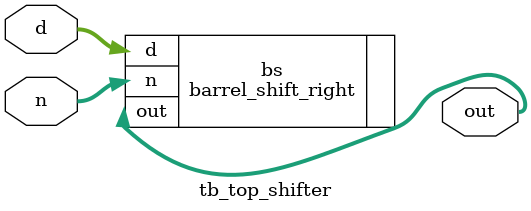
<source format=sv>
module tb_top_shifter(
    input logic[4:0] n,
    input logic[31:0] d,
    output logic[31:0] out
);

    barrel_shift_right #(32) bs(.n(n), .d(d), .out(out));
    
endmodule





</source>
